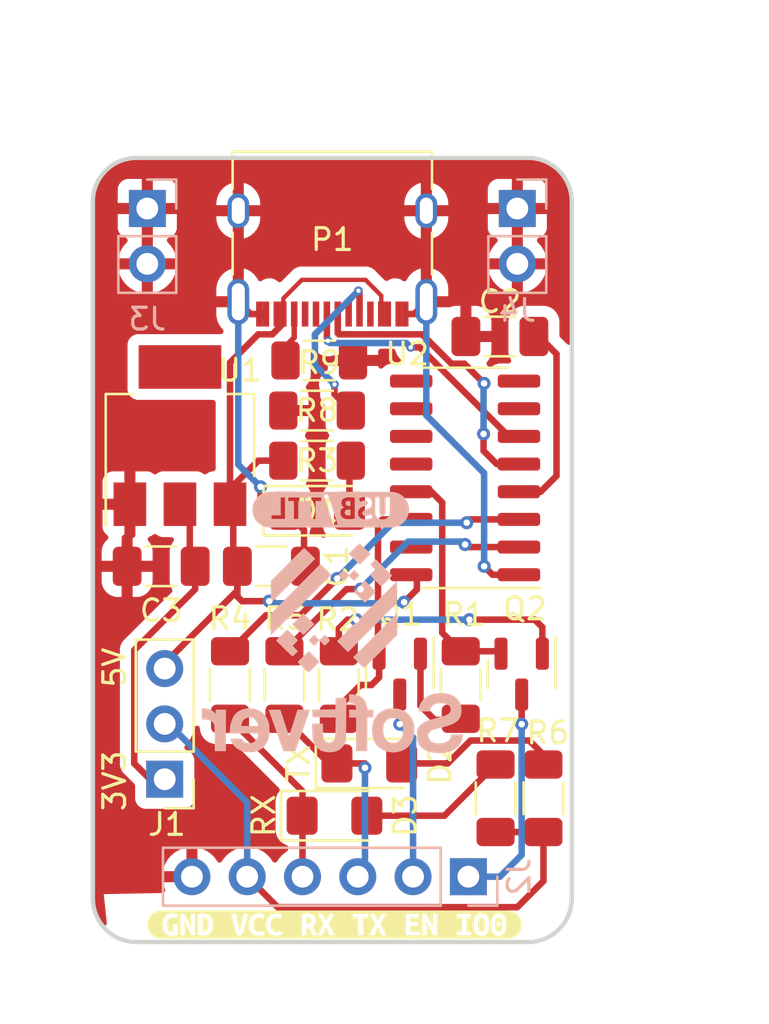
<source format=kicad_pcb>
(kicad_pcb (version 20221018) (generator pcbnew)
  (layers (0 "F.Cu" signal) (31 "B.Cu" signal) (34 "B.Paste" user) (35 "F.Paste" user) (36 "B.SilkS" user "B.Silkscreen") (37 "F.SilkS" user "F.Silkscreen") (38 "B.Mask" user) (39 "F.Mask" user) (44 "Edge.Cuts" user))
  (net 0 "")
  (net 1 "+5V")
  (net 2 "GND")
  (net 3 "Net-(C2-Pad2)")
  (net 4 "+3.3V")
  (net 5 "Net-(D1-Pad2)")
  (net 6 "VCC")
  (net 7 "/ESP_IO0")
  (net 8 "/ESP_EN")
  (net 9 "/TX")
  (net 10 "/RX")
  (net 11 "Net-(P1-PadA5)")
  (net 12 "/D+")
  (net 13 "/D-")
  (net 15 "Net-(P1-PadB5)")
  (net 17 "Net-(Q1-Pad1)")
  (net 18 "/RTS")
  (net 19 "Net-(Q2-Pad1)")
  (net 20 "/DTR")
  (net 21 "Net-(R4-Pad1)")
  (net 22 "Net-(R5-Pad1)")
  (net 23 "Net-(D2-Pad2)")
  (net 24 "Net-(D3-Pad2)")
  (footprint "Package_TO_SOT_SMD:SOT-23" (layer "F.Cu") (at 146.6 84.7 -90)
    (fp_text reference "Q1" (at -2.75 0 180) (layer "F.SilkS"))
    (fp_text value "BC817")
    (pad "1" smd roundrect (at -0.9375 -0.95 270) (size 1.475 0.6) (layers "F.Cu" "F.Paste" "F.Mask") (net 17 "Net-(Q1-Pad1)"))
    (pad "2" smd roundrect (at -0.9375 0.95 270) (size 1.475 0.6) (layers "F.Cu" "F.Paste" "F.Mask") (net 18 "/RTS"))
    (pad "3" smd roundrect (at 0.9375 0 270) (size 1.475 0.6) (layers "F.Cu" "F.Paste" "F.Mask") (net 8 "/ESP_EN"))
  )
  (footprint "kibuzzard-638EC2B1" (layer "F.Cu") (at 143.6 96.2)
    (fp_text reference "kibuzzard-638EC2B1" hide)
    (fp_text value "G***" hide)
  )
  (footprint "Resistor_SMD:R_1206_3216Metric_Pad1.30x1.75mm_HandSolder" (layer "F.Cu") (at 149.4 85.2 -90)
    (fp_text reference "R1" (at -3.248 -0.152 180) (layer "F.SilkS"))
    (fp_text value "1K")
    (pad "1" smd roundrect (at -1.55 0 270) (size 1.3 1.75) (layers "F.Cu" "F.Paste" "F.Mask") (roundrect_rratio 0.1923076923) (net 20 "/DTR"))
    (pad "2" smd roundrect (at 1.55 0 270) (size 1.3 1.75) (layers "F.Cu" "F.Paste" "F.Mask") (roundrect_rratio 0.1923076923) (net 17 "Net-(Q1-Pad1)"))
  )
  (footprint "Resistor_SMD:R_1206_3216Metric_Pad1.30x1.75mm_HandSolder" (layer "F.Cu") (at 141.3 85.2 -90)
    (fp_text reference "R4" (at -3.048 2.5 180) (layer "F.SilkS"))
    (fp_text value "1K")
    (pad "1" smd roundrect (at -1.55 0 270) (size 1.3 1.75) (layers "F.Cu" "F.Paste" "F.Mask") (roundrect_rratio 0.1923076923) (net 21 "Net-(R4-Pad1)"))
    (pad "2" smd roundrect (at 1.55 0 270) (size 1.3 1.75) (layers "F.Cu" "F.Paste" "F.Mask") (roundrect_rratio 0.1923076923) (net 9 "/TX"))
  )
  (footprint "Capacitor_SMD:C_1206_3216Metric_Pad1.33x1.80mm_HandSolder" (layer "F.Cu") (at 140.7 79.75)
    (fp_text reference "C1" (at 3 0 90) (layer "F.SilkS"))
    (fp_text value "1uF")
    (pad "1" smd roundrect (at -1.5625 0) (size 1.325 1.8) (layers "F.Cu" "F.Paste" "F.Mask") (roundrect_rratio 0.1886792453) (net 1 "+5V"))
    (pad "2" smd roundrect (at 1.5625 0) (size 1.325 1.8) (layers "F.Cu" "F.Paste" "F.Mask") (roundrect_rratio 0.1886792453) (net 2 "GND"))
  )
  (footprint "Resistor_SMD:R_1206_3216Metric_Pad1.30x1.75mm_HandSolder" (layer "F.Cu") (at 138.8 85.2 -90)
    (fp_text reference "R5" (at -3.048 -2.54 180) (layer "F.SilkS"))
    (fp_text value "1K")
    (pad "1" smd roundrect (at -1.55 0 270) (size 1.3 1.75) (layers "F.Cu" "F.Paste" "F.Mask") (roundrect_rratio 0.1923076923) (net 22 "Net-(R5-Pad1)"))
    (pad "2" smd roundrect (at 1.55 0 270) (size 1.3 1.75) (layers "F.Cu" "F.Paste" "F.Mask") (roundrect_rratio 0.1923076923) (net 10 "/RX"))
  )
  (footprint "LED_SMD:LED_1206_3216Metric_Pad1.42x1.75mm_HandSolder" (layer "F.Cu") (at 142.8 77.2)
    (fp_text reference "D1" (at 0 0) (layer "F.SilkS"))
    (fp_text value "LED_RED")
    (pad "1" smd roundrect (at -1.4875 0) (size 1.425 1.75) (layers "F.Cu" "F.Paste" "F.Mask") (roundrect_rratio 0.1754392982) (net 2 "GND"))
    (pad "2" smd roundrect (at 1.4875 0) (size 1.425 1.75) (layers "F.Cu" "F.Paste" "F.Mask") (roundrect_rratio 0.1754392982) (net 5 "Net-(D1-Pad2)"))
  )
  (footprint "Package_TO_SOT_SMD:SOT-223" (layer "F.Cu") (at 136.5 73.75 90)
    (fp_text reference "U1" (at 3 2.75) (layer "F.SilkS"))
    (fp_text value "AZ1117H-3.3TRE1")
    (pad "1" smd rect (at -3.15 -2.3 90) (size 2 1.5) (layers "F.Cu" "F.Paste" "F.Mask") (net 2 "GND"))
    (pad "2" smd rect (at -3.15 0 90) (size 2 1.5) (layers "F.Cu" "F.Paste" "F.Mask") (net 4 "+3.3V"))
    (pad "3" smd rect (at -3.15 2.3 90) (size 2 1.5) (layers "F.Cu" "F.Paste" "F.Mask") (net 1 "+5V"))
    (pad "4" smd rect (at 3.15 0 90) (size 2 3.8) (layers "F.Cu" "F.Paste" "F.Mask"))
  )
  (footprint "Capacitor_SMD:C_1206_3216Metric_Pad1.33x1.80mm_HandSolder" (layer "F.Cu") (at 135.636 79.75 180)
    (fp_text reference "C3" (at 0 -2.038) (layer "F.SilkS"))
    (fp_text value "1uF")
    (pad "1" smd roundrect (at -1.5625 0 180) (size 1.325 1.8) (layers "F.Cu" "F.Paste" "F.Mask") (roundrect_rratio 0.1886792453) (net 4 "+3.3V"))
    (pad "2" smd roundrect (at 1.5625 0 180) (size 1.325 1.8) (layers "F.Cu" "F.Paste" "F.Mask") (roundrect_rratio 0.1886792453) (net 2 "GND"))
  )
  (footprint "Resistor_SMD:R_1206_3216Metric_Pad1.30x1.75mm_HandSolder" (layer "F.Cu") (at 153.2 90.4 -90)
    (fp_text reference "R6" (at -3 -0.2) (layer "F.SilkS"))
    (fp_text value "1K")
    (pad "1" smd roundrect (at -1.55 0 270) (size 1.3 1.75) (layers "F.Cu" "F.Paste" "F.Mask") (roundrect_rratio 0.1923076923) (net 23 "Net-(D2-Pad2)"))
    (pad "2" smd roundrect (at 1.55 0 270) (size 1.3 1.75) (layers "F.Cu" "F.Paste" "F.Mask") (roundrect_rratio 0.1923076923) (net 6 "VCC"))
  )
  (footprint "Connector_PinHeader_2.54mm:PinHeader_1x03_P2.54mm_Vertical" (layer "F.Cu") (at 135.8 89.525 180)
    (fp_text reference "J1" (at -0.1 -2.075) (layer "F.SilkS"))
    (fp_text value "Conn_01x03_Male")
    (pad "1" thru_hole rect (at 0 0 180) (size 1.7 1.7) (drill 1) (layers "*.Cu" "*.Mask") (net 4 "+3.3V"))
    (pad "2" thru_hole oval (at 0 2.54 180) (size 1.7 1.7) (drill 1) (layers "*.Cu" "*.Mask") (net 6 "VCC"))
    (pad "3" thru_hole oval (at 0 5.08 180) (size 1.7 1.7) (drill 1) (layers "*.Cu" "*.Mask") (net 1 "+5V"))
  )
  (footprint "Package_TO_SOT_SMD:SOT-23" (layer "F.Cu") (at 152.2 84.7 -90)
    (fp_text reference "Q2" (at -2.998 -0.152 180) (layer "F.SilkS"))
    (fp_text value "BC817")
    (pad "1" smd roundrect (at -0.9375 -0.95 270) (size 1.475 0.6) (layers "F.Cu" "F.Paste" "F.Mask") (net 19 "Net-(Q2-Pad1)"))
    (pad "2" smd roundrect (at -0.9375 0.95 270) (size 1.475 0.6) (layers "F.Cu" "F.Paste" "F.Mask") (net 20 "/DTR"))
    (pad "3" smd roundrect (at 0.9375 0 270) (size 1.475 0.6) (layers "F.Cu" "F.Paste" "F.Mask") (net 7 "/ESP_IO0"))
  )
  (footprint "Resistor_SMD:R_1206_3216Metric_Pad1.30x1.75mm_HandSolder" (layer "F.Cu") (at 151 90.4 90)
    (fp_text reference "R7" (at 3.1 0.1) (layer "F.SilkS"))
    (fp_text value "1K")
    (pad "1" smd roundrect (at -1.55 0 90) (size 1.3 1.75) (layers "F.Cu" "F.Paste" "F.Mask") (roundrect_rratio 0.1923076923) (net 6 "VCC"))
    (pad "2" smd roundrect (at 1.55 0 90) (size 1.3 1.75) (layers "F.Cu" "F.Paste" "F.Mask") (roundrect_rratio 0.1923076923) (net 24 "Net-(D3-Pad2)"))
  )
  (footprint "Resistor_SMD:R_1206_3216Metric_Pad1.30x1.75mm_HandSolder" (layer "F.Cu") (at 142.9 70.3 180)
    (fp_text reference "R9" (at 0 -0.1) (layer "F.SilkS"))
    (fp_text value "5K")
    (pad "1" smd roundrect (at -1.55 0 180) (size 1.3 1.75) (layers "F.Cu" "F.Paste" "F.Mask") (roundrect_rratio 0.1923076923) (net 2 "GND"))
    (pad "2" smd roundrect (at 1.55 0 180) (size 1.3 1.75) (layers "F.Cu" "F.Paste" "F.Mask") (roundrect_rratio 0.1923076923) (net 15 "Net-(P1-PadB5)"))
  )
  (footprint "Capacitor_SMD:C_1206_3216Metric_Pad1.33x1.80mm_HandSolder" (layer "F.Cu") (at 151.2 69.2)
    (fp_text reference "C2" (at 0 -1.6) (layer "F.SilkS"))
    (fp_text value "100nF")
    (pad "1" smd roundrect (at -1.5625 0) (size 1.325 1.8) (layers "F.Cu" "F.Paste" "F.Mask") (roundrect_rratio 0.1886792453) (net 2 "GND"))
    (pad "2" smd roundrect (at 1.5625 0) (size 1.325 1.8) (layers "F.Cu" "F.Paste" "F.Mask") (roundrect_rratio 0.1886792453) (net 3 "Net-(C2-Pad2)"))
  )
  (footprint "Resistor_SMD:R_1206_3216Metric_Pad1.30x1.75mm_HandSolder" (layer "F.Cu") (at 142.8 74.9)
    (fp_text reference "R3" (at 0 0) (layer "F.SilkS"))
    (fp_text value "220")
    (pad "1" smd roundrect (at -1.55 0) (size 1.3 1.75) (layers "F.Cu" "F.Paste" "F.Mask") (roundrect_rratio 0.1923076923) (net 1 "+5V"))
    (pad "2" smd roundrect (at 1.55 0) (size 1.3 1.75) (layers "F.Cu" "F.Paste" "F.Mask") (roundrect_rratio 0.1923076923) (net 5 "Net-(D1-Pad2)"))
  )
  (footprint "Resistor_SMD:R_1206_3216Metric_Pad1.30x1.75mm_HandSolder" (layer "F.Cu") (at 142.8 72.6 180)
    (fp_text reference "R8" (at 0 0) (layer "F.SilkS"))
    (fp_text value "5K")
    (pad "1" smd roundrect (at -1.55 0 180) (size 1.3 1.75) (layers "F.Cu" "F.Paste" "F.Mask") (roundrect_rratio 0.1923076923) (net 11 "Net-(P1-PadA5)"))
    (pad "2" smd roundrect (at 1.55 0 180) (size 1.3 1.75) (layers "F.Cu" "F.Paste" "F.Mask") (roundrect_rratio 0.1923076923) (net 2 "GND"))
  )
  (footprint "Package_SO:SOIC-16_3.9x9.9mm_P1.27mm" (layer "F.Cu") (at 149.6 75.692 180)
    (fp_text reference "U2" (at 2.66 5.692) (layer "F.SilkS"))
    (fp_text value "CH340G")
    (pad "1" smd roundrect (at -2.475 -4.445 180) (size 1.95 0.6) (layers "F.Cu" "F.Paste" "F.Mask") (net 2 "GND"))
    (pad "2" smd roundrect (at -2.475 -3.175 180) (size 1.95 0.6) (layers "F.Cu" "F.Paste" "F.Mask") (net 21 "Net-(R4-Pad1)"))
    (pad "3" smd roundrect (at -2.475 -1.905 180) (size 1.95 0.6) (layers "F.Cu" "F.Paste" "F.Mask") (net 22 "Net-(R5-Pad1)"))
    (pad "4" smd roundrect (at -2.475 -0.635 180) (size 1.95 0.6) (layers "F.Cu" "F.Paste" "F.Mask") (net 3 "Net-(C2-Pad2)"))
    (pad "5" smd roundrect (at -2.475 0.635 180) (size 1.95 0.6) (layers "F.Cu" "F.Paste" "F.Mask") (net 12 "/D+"))
    (pad "6" smd roundrect (at -2.475 1.905 180) (size 1.95 0.6) (layers "F.Cu" "F.Paste" "F.Mask") (net 13 "/D-"))
    (pad "7" smd roundrect (at -2.475 3.175 180) (size 1.95 0.6) (layers "F.Cu" "F.Paste" "F.Mask"))
    (pad "8" smd roundrect (at -2.475 4.445 180) (size 1.95 0.6) (layers "F.Cu" "F.Paste" "F.Mask"))
    (pad "9" smd roundrect (at 2.475 4.445 180) (size 1.95 0.6) (layers "F.Cu" "F.Paste" "F.Mask"))
    (pad "10" smd roundrect (at 2.475 3.175 180) (size 1.95 0.6) (layers "F.Cu" "F.Paste" "F.Mask"))
    (pad "11" smd roundrect (at 2.475 1.905 180) (size 1.95 0.6) (layers "F.Cu" "F.Paste" "F.Mask"))
    (pad "12" smd roundrect (at 2.475 0.635 180) (size 1.95 0.6) (layers "F.Cu" "F.Paste" "F.Mask"))
    (pad "13" smd roundrect (at 2.475 -0.635 180) (size 1.95 0.6) (layers "F.Cu" "F.Paste" "F.Mask") (net 20 "/DTR"))
    (pad "14" smd roundrect (at 2.475 -1.905 180) (size 1.95 0.6) (layers "F.Cu" "F.Paste" "F.Mask") (net 18 "/RTS"))
    (pad "15" smd roundrect (at 2.475 -3.175 180) (size 1.95 0.6) (layers "F.Cu" "F.Paste" "F.Mask"))
    (pad "16" smd roundrect (at 2.475 -4.445 180) (size 1.95 0.6) (layers "F.Cu" "F.Paste" "F.Mask") (net 1 "+5V"))
  )
  (footprint "JAPS:USB_C_Receptacle_XKB_U262-16XN-4BVC11" (layer "F.Cu") (at 143.5 64.5 180)
    (fp_text reference "P1" (at 0 -0.25) (layer "F.SilkS"))
    (fp_text value "USB_C_Plug")
    (pad "" np_thru_hole circle locked (at -2.89 -2.605 180) (size 0.65 0.65) (drill 0.65) (layers "*.Cu" "*.Mask"))
    (pad "" np_thru_hole circle locked (at 2.89 -2.605 180) (size 0.65 0.65) (drill 0.65) (layers "*.Cu" "*.Mask"))
    (pad "A1" smd rect locked (at -3.35 -3.67 180) (size 0.3 1.15) (layers "F.Cu" "F.Paste" "F.Mask") (net 2 "GND"))
    (pad "A4" smd rect locked (at -2.55 -3.67 180) (size 0.3 1.15) (layers "F.Cu" "F.Paste" "F.Mask") (net 1 "+5V"))
    (pad "A5" smd rect locked (at -1.25 -3.67 180) (size 0.3 1.15) (layers "F.Cu" "F.Paste" "F.Mask") (net 11 "Net-(P1-PadA5)"))
    (pad "A6" smd rect locked (at -0.25 -3.67 180) (size 0.3 1.15) (layers "F.Cu" "F.Paste" "F.Mask") (net 12 "/D+"))
    (pad "A7" smd rect locked (at 0.25 -3.67 180) (size 0.3 1.15) (layers "F.Cu" "F.Paste" "F.Mask") (net 13 "/D-"))
    (pad "A8" smd rect locked (at 1.25 -3.67 180) (size 0.3 1.15) (layers "F.Cu" "F.Paste" "F.Mask"))
    (pad "A9" smd rect locked (at 2.55 -3.67 180) (size 0.3 1.15) (layers "F.Cu" "F.Paste" "F.Mask") (net 1 "+5V"))
    (pad "A12" smd rect locked (at 3.35 -3.67 180) (size 0.3 1.15) (layers "F.Cu" "F.Paste" "F.Mask") (net 2 "GND"))
    (pad "B1" smd rect locked (at 3.05 -3.67 180) (size 0.3 1.15) (layers "F.Cu" "F.Paste" "F.Mask") (net 2 "GND"))
    (pad "B4" smd rect locked (at 2.25 -3.67 180) (size 0.3 1.15) (layers "F.Cu" "F.Paste" "F.Mask") (net 1 "+5V"))
    (pad "B5" smd rect locked (at 1.75 -3.67 180) (size 0.3 1.15) (layers "F.Cu" "F.Paste" "F.Mask") (net 15 "Net-(P1-PadB5)"))
    (pad "B6" smd rect locked (at 0.75 -3.67 180) (size 0.3 1.15) (layers "F.Cu" "F.Paste" "F.Mask"))
    (pad "B7" smd rect locked (at -0.75 -3.67 180) (size 0.3 1.15) (layers "F.Cu" "F.Paste" "F.Mask"))
    (pad "B8" smd rect locked (at -1.75 -3.67 180) (size 0.3 1.15) (layers "F.Cu" "F.Paste" "F.Mask"))
    (pad "B9" smd rect locked (at -2.25 -3.67 180) (size 0.3 1.15) (layers "F.Cu" "F.Paste" "F.Mask") (net 1 "+5V"))
    (pad "B12" smd rect locked (at -3.05 -3.67 180) (size 0.3 1.15) (layers "F.Cu" "F.Paste" "F.Mask") (net 2 "GND"))
    (pad "S1" thru_hole oval locked (at -4.32 -3.105 180) (size 1 2.1) (drill oval 0.6 1.7) (layers "*.Cu" "*.Mask") (net 2 "GND"))
    (pad "S1" thru_hole oval locked (at -4.32 1.075 180) (size 1 1.6) (drill oval 0.6 1.2) (layers "*.Cu" "*.Mask") (net 2 "GND"))
    (pad "S1" thru_hole oval locked (at 4.32 -3.105 180) (size 1 2.1) (drill oval 0.6 1.7) (layers "*.Cu" "*.Mask") (net 2 "GND"))
    (pad "S1" thru_hole oval locked (at 4.32 1.075 180) (size 1 1.6) (drill oval 0.6 1.2) (layers "*.Cu" "*.Mask") (net 2 "GND"))
  )
  (footprint "LED_SMD:LED_1206_3216Metric_Pad1.42x1.75mm_HandSolder" (layer "F.Cu") (at 143.6 91.2)
    (fp_text reference "D3" (at 3.25 0 90) (layer "F.SilkS"))
    (fp_text value "RX" (at -3.25 0 90) (layer "F.SilkS"))
    (pad "1" smd roundrect (at -1.4875 0) (size 1.425 1.75) (layers "F.Cu" "F.Paste" "F.Mask") (roundrect_rratio 0.1754392982) (net 10 "/RX"))
    (pad "2" smd roundrect (at 1.4875 0) (size 1.425 1.75) (layers "F.Cu" "F.Paste" "F.Mask") (roundrect_rratio 0.1754392982) (net 24 "Net-(D3-Pad2)"))
  )
  (footprint "LED_SMD:LED_1206_3216Metric_Pad1.42x1.75mm_HandSolder" (layer "F.Cu") (at 145.2 88.8)
    (fp_text reference "D2" (at 3.25 0 90) (layer "F.SilkS"))
    (fp_text value "TX" (at -3.25 0 90) (layer "F.SilkS"))
    (pad "1" smd roundrect (at -1.4875 0) (size 1.425 1.75) (layers "F.Cu" "F.Paste" "F.Mask") (roundrect_rratio 0.1754392982) (net 9 "/TX"))
    (pad "2" smd roundrect (at 1.4875 0) (size 1.425 1.75) (layers "F.Cu" "F.Paste" "F.Mask") (roundrect_rratio 0.1754392982) (net 23 "Net-(D2-Pad2)"))
  )
  (footprint "Resistor_SMD:R_1206_3216Metric_Pad1.30x1.75mm_HandSolder" (layer "F.Cu") (at 143.8 85.2 90)
    (fp_text reference "R2" (at 3 -0.05) (layer "F.SilkS"))
    (fp_text value "1K")
    (pad "1" smd roundrect (at -1.55 0 90) (size 1.3 1.75) (layers "F.Cu" "F.Paste" "F.Mask") (roundrect_rratio 0.1923076923) (net 18 "/RTS"))
    (pad "2" smd roundrect (at 1.55 0 90) (size 1.3 1.75) (layers "F.Cu" "F.Paste" "F.Mask") (roundrect_rratio 0.1923076923) (net 19 "Net-(Q2-Pad1)"))
  )
  (footprint "Connector_PinHeader_2.54mm:PinHeader_1x02_P2.54mm_Vertical" (layer "B.Cu") (at 135 63.325 180)
    (fp_text reference "J3" (at 0 -5.075) (layer "B.SilkS") (effects (justify mirror)))
    (fp_text value "Conn_01x02_Male")
    (pad "1" thru_hole rect (at 0 0 180) (size 1.7 1.7) (drill 1) (layers "*.Cu" "*.Mask") (net 2 "GND"))
    (pad "2" thru_hole oval (at 0 -2.54 180) (size 1.7 1.7) (drill 1) (layers "*.Cu" "*.Mask") (net 2 "GND"))
  )
  (footprint "kibuzzard-638F54F7" (layer "B.Cu") (at 143.425 77.15 180)
    (fp_text reference "kibuzzard-638F54F7" hide)
    (fp_text value "G***" hide)
  )
  (footprint "Logos:logo 11x9.1" (layer "B.Cu") (at 143.5 83.5 180)
    (fp_text reference "G***")
    (fp_text value "LOGO" hide)
  )
  (footprint "Connector_PinHeader_2.54mm:PinHeader_1x06_P2.54mm_Vertical" (layer "B.Cu") (at 149.75 94 90)
    (fp_text reference "J2" (at 0 2.33 90) (layer "B.SilkS") (effects (justify mirror)))
    (fp_text value "Conn_01x06_Male")
    (pad "1" thru_hole rect (at 0 0 90) (size 1.7 1.7) (drill 1) (layers "*.Cu" "*.Mask") (net 7 "/ESP_IO0"))
    (pad "2" thru_hole oval (at 0 -2.54 90) (size 1.7 1.7) (drill 1) (layers "*.Cu" "*.Mask") (net 8 "/ESP_EN"))
    (pad "3" thru_hole oval (at 0 -5.08 90) (size 1.7 1.7) (drill 1) (layers "*.Cu" "*.Mask") (net 9 "/TX"))
    (pad "4" thru_hole oval (at 0 -7.62 90) (size 1.7 1.7) (drill 1) (layers "*.Cu" "*.Mask") (net 10 "/RX"))
    (pad "5" thru_hole oval (at 0 -10.16 90) (size 1.7 1.7) (drill 1) (layers "*.Cu" "*.Mask") (net 6 "VCC"))
    (pad "6" thru_hole oval (at 0 -12.7 90) (size 1.7 1.7) (drill 1) (layers "*.Cu" "*.Mask") (net 2 "GND"))
  )
  (footprint "Connector_PinHeader_2.54mm:PinHeader_1x02_P2.54mm_Vertical" (layer "B.Cu") (at 152 63.325 180)
    (fp_text reference "J4" (at 0 -4.675) (layer "B.SilkS") (effects (justify mirror)))
    (fp_text value "Conn_01x02_Male")
    (pad "1" thru_hole rect (at 0 0 180) (size 1.7 1.7) (drill 1) (layers "*.Cu" "*.Mask") (net 2 "GND"))
    (pad "2" thru_hole oval (at 0 -2.54 180) (size 1.7 1.7) (drill 1) (layers "*.Cu" "*.Mask") (net 2 "GND"))
  )
  (gr_line (start 132.5 63) (end 132.5 95) (stroke (width 0.2)) (layer "Edge.Cuts"))
  (gr_line (start 154.5 95) (end 154.5 63) (stroke (width 0.2)) (layer "Edge.Cuts"))
  (gr_arc (start 154.5 95) (mid 153.914214 96.414214) (end 152.5 97) (stroke (width 0.2)) (layer "Edge.Cuts"))
  (gr_line (start 134.5 97) (end 152.5 97) (stroke (width 0.2)) (layer "Edge.Cuts"))
  (gr_arc (start 132.5 63) (mid 133.085786 61.585786) (end 134.5 61) (stroke (width 0.2)) (layer "Edge.Cuts"))
  (gr_arc (start 152.5 61) (mid 153.914214 61.585786) (end 154.5 63) (stroke (width 0.2)) (layer "Edge.Cuts"))
  (gr_arc (start 134.5 97) (mid 133.085786 96.414214) (end 132.5 95) (stroke (width 0.2)) (layer "Edge.Cuts"))
  (gr_line (start 152.5 61) (end 134.5 61) (stroke (width 0.2)) (layer "Edge.Cuts"))
  (gr_text "3V3" (at 133.5 89.6 90) (layer "F.SilkS") (effects (font (size 1 1))))
  (gr_text "5V\n" (at 133.5 84.4 90) (layer "F.SilkS") (effects (font (size 1 1))))
  (segment (start 135.8 84.445) (end 135.8 84.2) (width 0.3) (layer "F.Cu") (net 1))
  (segment (start 139.1375 81.0625) (end 139.1375 81.1375) (width 0.3) (layer "F.Cu") (net 1))
  (segment (start 139.3505 81.3505) (end 140.6 81.3505) (width 0.3) (layer "F.Cu") (net 1))
  (segment (start 139.1375 79.75) (end 139.1375 81.0625) (width 0.3) (layer "F.Cu") (net 1))
  (segment (start 139.1375 81.1375) (end 139.3505 81.3505) (width 0.3) (layer "F.Cu") (net 1))
  (segment (start 141.25 68.17) (end 141.25 68.595) (width 0.25) (layer "F.Cu") (net 1))
  (segment (start 145.75 67.325) (end 145.75 68.17) (width 0.2) (layer "F.Cu") (net 1))
  (segment (start 140.1 74.9) (end 138.8 76.2) (width 0.3) (layer "F.Cu") (net 1))
  (segment (start 138.8 76.2) (end 138.8 76.9) (width 0.3) (layer "F.Cu") (net 1))
  (segment (start 141.25 68.17) (end 141.25 67.45) (width 0.2) (layer "F.Cu") (net 1))
  (segment (start 140.1 69.1) (end 138.8 70.4) (width 0.3) (layer "F.Cu") (net 1))
  (segment (start 141.25 68.595) (end 140.745 69.1) (width 0.3) (layer "F.Cu") (net 1))
  (segment (start 135.8 84.2) (end 139.1375 80.8625) (width 0.3) (layer "F.Cu") (net 1))
  (segment (start 147.385 80.137) (end 147.385 80.815) (width 0.3) (layer "F.Cu") (net 1))
  (segment (start 138.8 70.4) (end 138.8 71.7) (width 0.3) (layer "F.Cu") (net 1))
  (segment (start 142.1 66.6) (end 145.025 66.6) (width 0.2) (layer "F.Cu") (net 1))
  (segment (start 140.745 69.1) (end 140.1 69.1) (width 0.3) (layer "F.Cu") (net 1))
  (segment (start 138.8 76.9) (end 138.8 71.7) (width 0.3) (layer "F.Cu") (net 1))
  (segment (start 139.1375 79.75) (end 138.95 79.5625) (width 0.3) (layer "F.Cu") (net 1))
  (segment (start 141.25 74.9) (end 140.1 74.9) (width 0.3) (layer "F.Cu") (net 1))
  (segment (start 139.1375 80.8625) (end 139.1375 79.75) (width 0.3) (layer "F.Cu") (net 1))
  (segment (start 145.025 66.6) (end 145.75 67.325) (width 0.2) (layer "F.Cu") (net 1))
  (segment (start 141.25 67.45) (end 142.1 66.6) (width 0.2) (layer "F.Cu") (net 1))
  (segment (start 138.95 77.05) (end 138.8 76.9) (width 0.3) (layer "F.Cu") (net 1))
  (segment (start 138.95 79.5625) (end 138.95 77.05) (width 0.3) (layer "F.Cu") (net 1))
  (segment (start 147.385 80.815) (end 146.8 81.4) (width 0.3) (layer "F.Cu") (net 1))
  (via (at 146.8 81.4) (size 0.6) (drill 0.3) (layers "F.Cu" "B.Cu") (net 1))
  (via (at 140.6 81.3505) (size 0.6) (drill 0.3) (layers "F.Cu" "B.Cu") (net 1))
  (segment (start 140.699 81.4495) (end 140.6 81.3505) (width 0.3) (layer "B.Cu") (net 1))
  (segment (start 146.8 81.4) (end 146.7505 81.4495) (width 0.3) (layer "B.Cu") (net 1))
  (segment (start 146.7505 81.4495) (end 140.699 81.4495) (width 0.3) (layer "B.Cu") (net 1))
  (segment (start 140.2 76.6) (end 140.2 76.1) (width 0.3) (layer "F.Cu") (net 2))
  (segment (start 152.075 80.137) (end 150.862 80.137) (width 0.3) (layer "F.Cu") (net 2))
  (segment (start 141.3125 77.2) (end 142.2 78.0875) (width 0.3) (layer "F.Cu") (net 2))
  (segment (start 142.2 79.6875) (end 142.2625 79.75) (width 0.3) (layer "F.Cu") (net 2))
  (segment (start 140.8 77.2) (end 140.2 76.6) (width 0.3) (layer "F.Cu") (net 2))
  (segment (start 140.45 68.17) (end 139.745 68.17) (width 0.3) (layer "F.Cu") (net 2))
  (segment (start 150.862 80.137) (end 150.475 79.75) (width 0.3) (layer "F.Cu") (net 2))
  (segment (start 139.745 68.17) (end 139.18 67.605) (width 0.3) (layer "F.Cu") (net 2))
  (segment (start 146.85 68.17) (end 147.255 68.17) (width 0.3) (layer "F.Cu") (net 2))
  (segment (start 147.255 68.17) (end 147.82 67.605) (width 0.3) (layer "F.Cu") (net 2))
  (segment (start 141.3125 77.2) (end 140.8 77.2) (width 0.3) (layer "F.Cu") (net 2))
  (segment (start 142.2 78.0875) (end 142.2 79.6875) (width 0.3) (layer "F.Cu") (net 2))
  (via (at 150.475 79.75) (size 0.6) (drill 0.3) (layers "F.Cu" "B.Cu") (net 2))
  (via (at 140.2 76.1) (size 0.6) (drill 0.3) (layers "F.Cu" "B.Cu") (net 2))
  (segment (start 150.475 75.475) (end 150.475 79.75) (width 0.3) (layer "B.Cu") (net 2))
  (segment (start 147.82 67.605) (end 147.82 72.82) (width 0.3) (layer "B.Cu") (net 2))
  (segment (start 147.82 72.82) (end 150.475 75.475) (width 0.3) (layer "B.Cu") (net 2))
  (segment (start 139.18 67.605) (end 139.18 75.08) (width 0.3) (layer "B.Cu") (net 2))
  (segment (start 139.18 75.08) (end 140.2 76.1) (width 0.3) (layer "B.Cu") (net 2))
  (segment (start 153.8 75.6) (end 153.073 76.327) (width 0.3) (layer "F.Cu") (net 3))
  (segment (start 153 69.2) (end 153.8 70) (width 0.3) (layer "F.Cu") (net 3))
  (segment (start 153.073 76.327) (end 152.075 76.327) (width 0.3) (layer "F.Cu") (net 3))
  (segment (start 152.7625 69.2) (end 153 69.2) (width 0.3) (layer "F.Cu") (net 3))
  (segment (start 153.8 70) (end 153.8 75.6) (width 0.3) (layer "F.Cu") (net 3))
  (segment (start 136.95 79.5015) (end 136.95 77.35) (width 0.3) (layer "F.Cu") (net 4))
  (segment (start 135.125 89.525) (end 134.4 88.8) (width 0.3) (layer "F.Cu") (net 4))
  (segment (start 137.1985 79.75) (end 136.95 79.5015) (width 0.3) (layer "F.Cu") (net 4))
  (segment (start 137.1985 80.8015) (end 137.1985 79.75) (width 0.3) (layer "F.Cu") (net 4))
  (segment (start 135.8 89.525) (end 135.125 89.525) (width 0.3) (layer "F.Cu") (net 4))
  (segment (start 134.4 88.8) (end 134.4 83.6) (width 0.3) (layer "F.Cu") (net 4))
  (segment (start 136.95 77.35) (end 136.5 76.9) (width 0.3) (layer "F.Cu") (net 4))
  (segment (start 134.4 83.6) (end 137.1985 80.8015) (width 0.3) (layer "F.Cu") (net 4))
  (segment (start 144.2875 77.2) (end 144.2875 74.9625) (width 0.3) (layer "F.Cu") (net 5))
  (segment (start 144.2875 74.9625) (end 144.35 74.9) (width 0.3) (layer "F.Cu") (net 5))
  (segment (start 152 95.4) (end 153.2 94.2) (width 0.3) (layer "F.Cu") (net 6))
  (segment (start 140.99 95.4) (end 152 95.4) (width 0.3) (layer "F.Cu") (net 6))
  (segment (start 153.2 94.2) (end 153.2 91.95) (width 0.3) (layer "F.Cu") (net 6))
  (segment (start 139.59 94) (end 140.99 95.4) (width 0.3) (layer "F.Cu") (net 6))
  (segment (start 151 91.95) (end 153.2 91.95) (width 0.3) (layer "F.Cu") (net 6))
  (segment (start 139.59 90.59) (end 139.59 94) (width 0.3) (layer "B.Cu") (net 6))
  (segment (start 135.985 86.985) (end 139.59 90.59) (width 0.3) (layer "B.Cu") (net 6))
  (segment (start 135.8 86.985) (end 135.985 86.985) (width 0.3) (layer "B.Cu") (net 6))
  (segment (start 152.2 85.6375) (end 152.2 87) (width 0.3) (layer "F.Cu") (net 7))
  (via (at 152.2 87) (size 0.6) (drill 0.3) (layers "F.Cu" "B.Cu") (net 7))
  (segment (start 152.2 87) (end 152.2 93) (width 0.3) (layer "B.Cu") (net 7))
  (segment (start 151.2 94) (end 149.75 94) (width 0.3) (layer "B.Cu") (net 7))
  (segment (start 152.2 93) (end 151.2 94) (width 0.3) (layer "B.Cu") (net 7))
  (segment (start 146.6 85.6375) (end 146.6 87) (width 0.3) (layer "F.Cu") (net 8))
  (via (at 146.6 87) (size 0.6) (drill 0.3) (layers "F.Cu" "B.Cu") (net 8))
  (segment (start 147.21 87.61) (end 147.21 94) (width 0.3) (layer "B.Cu") (net 8))
  (segment (start 146.6 87) (end 147.21 87.61) (width 0.3) (layer "B.Cu") (net 8))
  (segment (start 145 88.8) (end 145 89) (width 0.3) (layer "F.Cu") (net 9))
  (segment (start 143.35 88.8) (end 145 88.8) (width 0.3) (layer "F.Cu") (net 9))
  (segment (start 141.3 86.75) (end 143.35 88.8) (width 0.3) (layer "F.Cu") (net 9))
  (via (at 145 89) (size 0.6) (drill 0.3) (layers "F.Cu" "B.Cu") (net 9))
  (segment (start 145 89) (end 145 93.67) (width 0.3) (layer "B.Cu") (net 9))
  (segment (start 145 93.67) (end 144.67 94) (width 0.3) (layer "B.Cu") (net 9))
  (segment (start 142.13 90.08) (end 142.13 94) (width 0.3) (layer "F.Cu") (net 10))
  (segment (start 138.8 86.75) (end 142.13 90.08) (width 0.3) (layer "F.Cu") (net 10))
  (segment (start 144.75 68.17) (end 144.75 67.15) (width 0.3) (layer "F.Cu") (net 11))
  (segment (start 144.75 67.15) (end 144.7 67.1) (width 0.3) (layer "F.Cu") (net 11))
  (segment (start 144.35 72.6) (end 143.6 71.85) (width 0.3) (layer "F.Cu") (net 11))
  (segment (start 143.6 71.85) (end 143.6 71.4) (width 0.3) (layer "F.Cu") (net 11))
  (via (at 143.6 71.4) (size 0.4) (drill 0.2) (layers "F.Cu" "B.Cu") (net 11))
  (via (at 144.7 67.1) (size 0.4) (drill 0.2) (layers "F.Cu" "B.Cu") (net 11))
  (segment (start 144.7 67.1) (end 142.7 69.1) (width 0.3) (layer "B.Cu") (net 11))
  (segment (start 142.7 69.1) (end 142.7 70.5) (width 0.3) (layer "B.Cu") (net 11))
  (segment (start 142.7 70.5) (end 143.6 71.4) (width 0.3) (layer "B.Cu") (net 11))
  (segment (start 149.568533 70.45) (end 150.471017 71.352484) (width 0.3) (layer "F.Cu") (net 12))
  (segment (start 143.75 68.17) (end 143.75 69.045) (width 0.3) (layer "F.Cu") (net 12))
  (segment (start 152.335 75.057) (end 151.058599 75.057) (width 0.3) (layer "F.Cu") (net 12))
  (segment (start 143.805499 69.100499) (end 147.626971 69.100499) (width 0.3) (layer "F.Cu") (net 12))
  (segment (start 150.4495 74.447901) (end 150.4495 73.673266) (width 0.3) (layer "F.Cu") (net 12))
  (segment (start 143.75 69.045) (end 143.805499 69.100499) (width 0.3) (layer "F.Cu") (net 12))
  (segment (start 148.976472 70.45) (end 149.568533 70.45) (width 0.3) (layer "F.Cu") (net 12))
  (segment (start 151.058599 75.057) (end 150.4495 74.447901) (width 0.3) (layer "F.Cu") (net 12))
  (segment (start 147.626971 69.100499) (end 148.976472 70.45) (width 0.3) (layer "F.Cu") (net 12))
  (via (at 150.471017 71.352484) (size 0.6) (drill 0.3) (layers "F.Cu" "B.Cu") (net 12))
  (via (at 150.4495 73.673266) (size 0.6) (drill 0.3) (layers "F.Cu" "B.Cu") (net 12))
  (segment (start 150.4495 71.374001) (end 150.471017 71.352484) (width 0.3) (layer "B.Cu") (net 12))
  (segment (start 150.4495 73.673266) (end 150.4495 71.374001) (width 0.3) (layer "B.Cu") (net 12))
  (segment (start 151.60707 73.787) (end 147.52007 69.7) (width 0.3) (layer "F.Cu") (net 13))
  (segment (start 143.25 69) (end 143.25 69.35) (width 0.3) (layer "F.Cu") (net 13))
  (segment (start 143.25 68.17) (end 143.25 69) (width 0.3) (layer "F.Cu") (net 13))
  (segment (start 143.25 69.35) (end 143.3 69.4) (width 0.2) (layer "F.Cu") (net 13))
  (segment (start 152.335 73.787) (end 151.60707 73.787) (width 0.3) (layer "F.Cu") (net 13))
  (segment (start 147.52007 69.7) (end 147.1 69.7) (width 0.3) (layer "F.Cu") (net 13))
  (via (at 147.1 69.7) (size 0.4) (drill 0.2) (layers "F.Cu" "B.Cu") (net 13))
  (via (at 143.3 69.4) (size 0.4) (drill 0.2) (layers "F.Cu" "B.Cu") (net 13))
  (segment (start 143.3 69.4) (end 143.4 69.5) (width 0.3) (layer "B.Cu") (net 13))
  (segment (start 146.9 69.5) (end 147.1 69.7) (width 0.3) (layer "B.Cu") (net 13))
  (segment (start 143.4 69.5) (end 146.9 69.5) (width 0.3) (layer "B.Cu") (net 13))
  (segment (start 141.35 69.65) (end 141.75 69.25) (width 0.25) (layer "F.Cu") (net 15))
  (segment (start 141.75 69.25) (end 141.75 68.17) (width 0.25) (layer "F.Cu") (net 15))
  (segment (start 141.35 70.3) (end 141.35 69.65) (width 0.25) (layer "F.Cu") (net 15))
  (segment (start 149.35 86.8) (end 149.4 86.75) (width 0.3) (layer "F.Cu") (net 17))
  (segment (start 147.55 83.7625) (end 147.55 86.15) (width 0.3) (layer "F.Cu") (net 17))
  (segment (start 148.2 86.8) (end 149.35 86.8) (width 0.3) (layer "F.Cu") (net 17))
  (segment (start 147.55 86.15) (end 148.2 86.8) (width 0.3) (layer "F.Cu") (net 17))
  (segment (start 144.8 85.2) (end 145.3 85.2) (width 0.3) (layer "F.Cu") (net 18))
  (segment (start 145.65 84.85) (end 145.65 83.7625) (width 0.3) (layer "F.Cu") (net 18))
  (segment (start 145.803 77.597) (end 145.6 77.8) (width 0.3) (layer "F.Cu") (net 18))
  (segment (start 145.6 77.8) (end 145.6 83.7125) (width 0.3) (layer "F.Cu") (net 18))
  (segment (start 147.385 77.597) (end 145.803 77.597) (width 0.3) (layer "F.Cu") (net 18))
  (segment (start 145.6 83.7125) (end 145.65 83.7625) (width 0.3) (layer "F.Cu") (net 18))
  (segment (start 145.3 85.2) (end 145.65 84.85) (width 0.3) (layer "F.Cu") (net 18))
  (segment (start 143.8 86.2) (end 144.8 85.2) (width 0.3) (layer "F.Cu") (net 18))
  (segment (start 143.8 86.75) (end 143.8 86.2) (width 0.3) (layer "F.Cu") (net 18))
  (segment (start 152.8 82.2) (end 149.8 82.2) (width 0.3) (layer "F.Cu") (net 19))
  (segment (start 143.8 83.65) (end 143.8 82.6) (width 0.3) (layer "F.Cu") (net 19))
  (segment (start 153.15 83.7625) (end 153.15 82.55) (width 0.3) (layer "F.Cu") (net 19))
  (segment (start 143.8 82.6) (end 144.2 82.2) (width 0.3) (layer "F.Cu") (net 19))
  (segment (start 153.15 82.55) (end 152.8 82.2) (width 0.3) (layer "F.Cu") (net 19))
  (segment (start 144.2 82.2) (end 144.6 82.2) (width 0.3) (layer "F.Cu") (net 19))
  (via (at 144.6 82.2) (size 0.6) (drill 0.3) (layers "F.Cu" "B.Cu") (net 19))
  (via (at 149.8 82.2) (size 0.6) (drill 0.3) (layers "F.Cu" "B.Cu") (net 19))
  (segment (start 144.6 82.2) (end 149.8 82.2) (width 0.3) (layer "B.Cu") (net 19))
  (segment (start 149.4 83.65) (end 151.1375 83.65) (width 0.3) (layer "F.Cu") (net 20))
  (segment (start 147.385 76.327) (end 148.054 76.327) (width 0.3) (layer "F.Cu") (net 20))
  (segment (start 151.1375 83.65) (end 151.25 83.7625) (width 0.3) (layer "F.Cu") (net 20))
  (segment (start 148.5505 82.8005) (end 149.4 83.65) (width 0.3) (layer "F.Cu") (net 20))
  (segment (start 148.054 76.327) (end 148.5505 76.8235) (width 0.3) (layer "F.Cu") (net 20))
  (segment (start 148.5505 76.8235) (end 148.5505 82.8005) (width 0.3) (layer "F.Cu") (net 20))
  (segment (start 144.15 80.8) (end 144.8 80.8) (width 0.3) (layer "F.Cu") (net 21))
  (segment (start 152.075 78.867) (end 149.717 78.867) (width 0.3) (layer "F.Cu") (net 21))
  (segment (start 141.3 83.65) (end 144.15 80.8) (width 0.3) (layer "F.Cu") (net 21))
  (segment (start 149.717 78.867) (end 149.6 78.75) (width 0.3) (layer "F.Cu") (net 21))
  (via (at 144.8 80.8) (size 0.6) (drill 0.3) (layers "F.Cu" "B.Cu") (net 21))
  (via (at 149.6 78.75) (size 0.6) (drill 0.3) (layers "F.Cu" "B.Cu") (net 21))
  (segment (start 149.466323 78.616323) (end 149.6 78.75) (width 0.3) (layer "B.Cu") (net 21))
  (segment (start 144.8 80.8) (end 146.983677 78.616323) (width 0.3) (layer "B.Cu") (net 21))
  (segment (start 146.983677 78.616323) (end 149.466323 78.616323) (width 0.3) (layer "B.Cu") (net 21))
  (segment (start 138.8 83.65) (end 140.45 82) (width 0.3) (layer "F.Cu") (net 22))
  (segment (start 142.033391 82) (end 143.721402 80.311989) (width 0.3) (layer "F.Cu") (net 22))
  (segment (start 140.45 82) (end 142.033391 82) (width 0.3) (layer "F.Cu") (net 22))
  (segment (start 149.828 77.597) (end 149.675 77.75) (width 0.3) (layer "F.Cu") (net 22))
  (segment (start 152.075 77.597) (end 149.828 77.597) (width 0.3) (layer "F.Cu") (net 22))
  (via (at 143.721402 80.311989) (size 0.6) (drill 0.3) (layers "F.Cu" "B.Cu") (net 22))
  (via (at 149.675 77.75) (size 0.6) (drill 0.3) (layers "F.Cu" "B.Cu") (net 22))
  (segment (start 146.283391 77.75) (end 149.675 77.75) (width 0.3) (layer "B.Cu") (net 22))
  (segment (start 143.721402 80.311989) (end 146.283391 77.75) (width 0.3) (layer "B.Cu") (net 22))
  (segment (start 152.55 87.75) (end 153.2 88.4) (width 0.3) (layer "F.Cu") (net 23))
  (segment (start 148.8 88.8) (end 149.85 87.75) (width 0.3) (layer "F.Cu") (net 23))
  (segment (start 149.85 87.75) (end 152.55 87.75) (width 0.3) (layer "F.Cu") (net 23))
  (segment (start 146.6875 88.8) (end 148.8 88.8) (width 0.3) (layer "F.Cu") (net 23))
  (segment (start 153.2 88.4) (end 153.2 88.85) (width 0.3) (layer "F.Cu") (net 23))
  (segment (start 148.65 91.2) (end 145.0875 91.2) (width 0.3) (layer "F.Cu") (net 24))
  (segment (start 151 88.85) (end 148.65 91.2) (width 0.3) (layer "F.Cu") (net 24))
  (zone (net 0) (net_name "") (layer "F.Cu") (connect_pads (clearance 0)) (min_thickness 0.254)
    (keepout (tracks allowed) (vias allowed) (pads allowed) (copperpour not_allowed) (footprints allowed))
    (fill (thermal_gap 0.508) (thermal_bridge_width 0.508))
    (polygon (pts (xy 140.3 74.1) (xy 139.6 74.4) (xy 139.4 70.4) (xy 140.3 69.9)))
  )
  (zone (net 0) (net_name "") (layer "F.Cu") (connect_pads (clearance 0)) (min_thickness 0.254)
    (keepout (tracks allowed) (vias allowed) (pads allowed) (copperpour not_allowed) (footprints allowed))
    (fill (thermal_gap 0.508) (thermal_bridge_width 0.508))
    (polygon (pts (xy 139.5 96.8) (xy 133.2 96.7) (xy 133 94.8) (xy 138.3 94.7)))
  )
  (zone (net 0) (net_name "") (layer "F.Cu") (connect_pads (clearance 0)) (min_thickness 0.254)
    (keepout (tracks allowed) (vias allowed) (pads allowed) (copperpour not_allowed) (footprints allowed))
    (fill (thermal_gap 0.508) (thermal_bridge_width 0.508))
    (polygon (pts (xy 149.8 72.8) (xy 149.6 74.6) (xy 151 75.8) (xy 151 81.6) (xy 149.2 81.6) (xy 149.2 76.6) (xy 148.8 75.4) (xy 148.8 71.8)))
  )
  (zone (net 0) (net_name "") (layer "F.Cu") (connect_pads (clearance 0)) (min_thickness 0.254)
    (keepout (tracks allowed) (vias allowed) (pads allowed) (copperpour not_allowed) (footprints allowed))
    (fill (thermal_gap 0.508) (thermal_bridge_width 0.508))
    (polygon (pts (xy 154 82.4) (xy 151 81.6) (xy 151 80.6) (xy 153.2 80.6) (xy 153.2 76.6) (xy 153.6 76.4) (xy 154 76.4)))
  )
  (zone (net 0) (net_name "") (layer "F.Cu") (connect_pads (clearance 0)) (min_thickness 0.254)
    (keepout (tracks allowed) (vias allowed) (pads allowed) (copperpour not_allowed) (footprints allowed))
    (fill (thermal_gap 0.508) (thermal_bridge_width 0.508))
    (polygon (pts (xy 141.325 78.55) (xy 140.7 80.925) (xy 139.95 79.875) (xy 139.9 78.175)))
  )
  (zone (net 0) (net_name "") (layer "F.Cu") (connect_pads (clearance 0)) (min_thickness 0.254)
    (keepout (tracks allowed) (vias allowed) (pads allowed) (copperpour not_allowed) (footprints allowed))
    (fill (thermal_gap 0.508) (thermal_bridge_width 0.508))
    (polygon (pts (xy 137.4 86) (xy 137.5 86.7) (xy 137.2 87.1) (xy 137.2 87) (xy 136.8 85.9)))
  )
  (zone (net 2) (net_name "GND") (layer "F.Cu") (connect_pads (clearance 0.508)) (min_thickness 0.254) (fill yes (thermal_gap 0.508) (thermal_bridge_width 0.508))
    (polygon (pts (xy 154.6 97) (xy 132.4 97) (xy 132.5 61) (xy 154.5 61)))
  )
)
</source>
